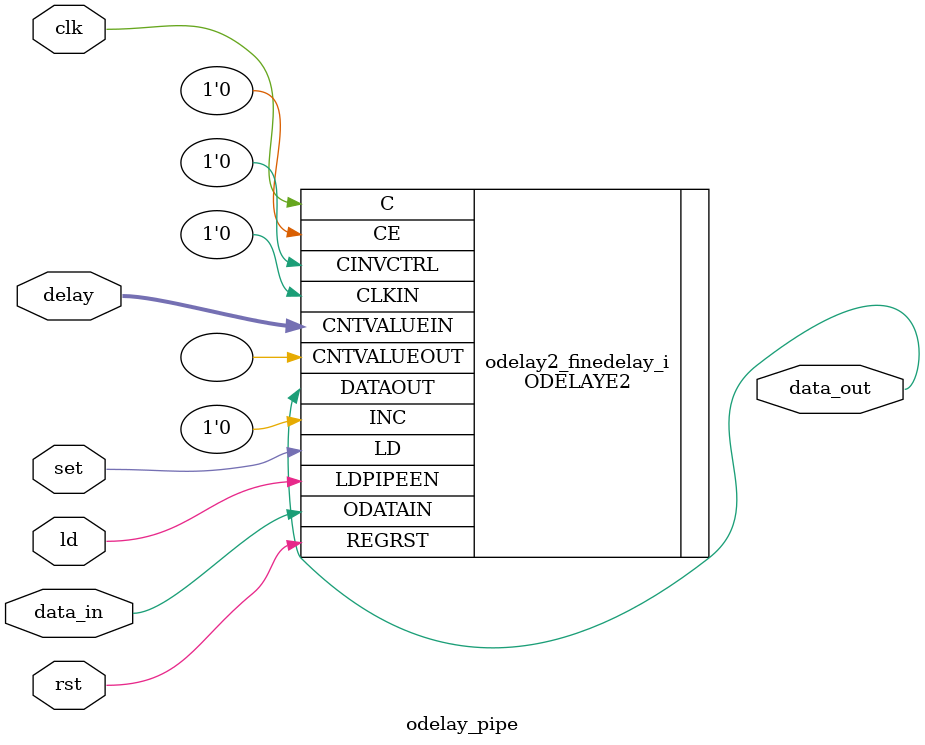
<source format=v>
/*******************************************************************************
 * Module: odelay_pipe
 * Date:2014-04-25  
 * Author: Andrey Filippov
 * Description: ODELAYE2 wrapper pipelined
 *
 * Copyright (c) 2014 Elphel, Inc.
 * idelay_fine_pipe.v is free software; you can redistribute it and/or modify
 * it under the terms of the GNU General Public License as published by
 * the Free Software Foundation, either version 3 of the License, or
 * (at your option) any later version.
 *
 *  odelay_pipe.v is distributed in the hope that it will be useful,
 * but WITHOUT ANY WARRANTY; without even the implied warranty of
 * MERCHANTABILITY or FITNESS FOR A PARTICULAR PURPOSE.  See the
 * GNU General Public License for more details.
 *
 * You should have received a copy of the GNU General Public License
 * along with this program.  If not, see <http://www.gnu.org/licenses/> .
 *
 * Additional permission under GNU GPL version 3 section 7:
 * If you modify this Program, or any covered work, by linking or combining it
 * with independent modules provided by the FPGA vendor only (this permission
 * does not extend to any 3-rd party modules, "soft cores" or macros) under
 * different license terms solely for the purpose of generating binary "bitstream"
 * files and/or simulating the code, the copyright holders of this Program give
 * you the right to distribute the covered work without those independent modules
 * as long as the source code for them is available from the FPGA vendor free of
 * charge, and there is no dependence on any encrypted modules for simulating of
 * the combined code. This permission applies to you if the distributed code
 * contains all the components and scripts required to completely simulate it
 * with at least one of the Free Software programs.
 *******************************************************************************/
`timescale 1ns/1ps

module  odelay_pipe
//SuppressWarnings VEditor - IODELAY_GRP used in (* *) construnt
# ( parameter  IODELAY_GRP  = "IODELAY_MEMORY",
    parameter integer DELAY_VALUE = 0,
    parameter real REFCLK_FREQUENCY = 200.0,
    parameter HIGH_PERFORMANCE_MODE    = "FALSE"
) (
    input clk,
    input rst,
    input set,
    input ld,
    input [4:0] delay,
    input data_in,
    output data_out
);
 
`ifndef IGNORE_ATTR
    (* IODELAY_GROUP = IODELAY_GRP *)
`endif    
  ODELAYE2 #(
        .CINVCTRL_SEL("FALSE"),
        .DELAY_SRC("ODATAIN"),
//        .FINEDELAY("ADD_DLY"),
        .HIGH_PERFORMANCE_MODE(HIGH_PERFORMANCE_MODE),
        .ODELAY_TYPE("VAR_LOAD_PIPE"),
        .ODELAY_VALUE(DELAY_VALUE),
        .IS_C_INVERTED(1'b0),
        .IS_ODATAIN_INVERTED(1'b0),
        .PIPE_SEL("TRUE"),
        .REFCLK_FREQUENCY(REFCLK_FREQUENCY),
        .SIGNAL_PATTERN("DATA")
    )
    odelay2_finedelay_i(
        .CNTVALUEOUT(),
        .DATAOUT(data_out),
        .C(clk),
        .CE(1'b0),
        .CINVCTRL(1'b0),
        .CNTVALUEIN(delay[4:0]),
        .CLKIN(1'b0),
        .ODATAIN(data_in),
        .INC(1'b0),
        .LD(set),
        .LDPIPEEN(ld),
        .REGRST(rst)
    );
    
endmodule


</source>
